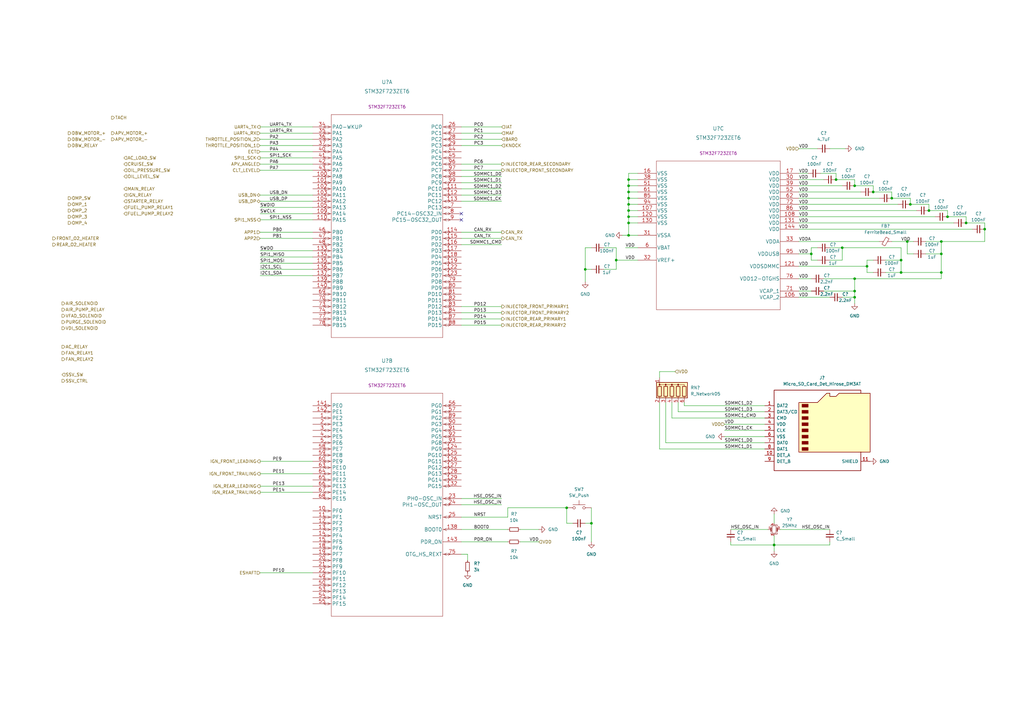
<source format=kicad_sch>
(kicad_sch (version 20211123) (generator eeschema)
  (paper "A3")
  (lib_symbols
    (symbol "ConeCodes:STM32F723ZET6" (pin_names (offset 0.254))
      (property "Reference" "U" (at 30.48 10.16 0))
      (property "Value" "STM32F723ZET6" (at 30.48 7.62 0))
      (property "Datasheet" "https://www.st.com/resource/en/datasheet/stm32f723ze.pdf" (at 0 0 0))
      (property "MPN" "STM32F723ZET6" (at 0 0 0))
      (symbol "STM32F723ZET6_1_1"
        (pin bidirectional line (at 0 -20.32 0) (length 7.62) (name "PA8") (number "100"))
        (pin bidirectional line (at 0 -22.86 0) (length 7.62) (name "PA9") (number "101"))
        (pin bidirectional line (at 0 -25.4 0) (length 7.62) (name "PA10") (number "102"))
        (pin bidirectional line (at 0 -27.94 0) (length 7.62) (name "PA11") (number "103"))
        (pin bidirectional line (at 0 -30.48 0) (length 7.62) (name "PA12") (number "104"))
        (pin bidirectional line (at 0 -33.02 0) (length 7.62) (name "PA13") (number "105"))
        (pin bidirectional line (at 0 -35.56 0) (length 7.62) (name "PA14") (number "109"))
        (pin bidirectional line (at 0 -38.1 0) (length 7.62) (name "PA15") (number "110"))
        (pin bidirectional line (at 60.96 -25.4 180) (length 7.62) (name "PC10") (number "111"))
        (pin bidirectional line (at 60.96 -27.94 180) (length 7.62) (name "PC11") (number "112"))
        (pin bidirectional line (at 60.96 -30.48 180) (length 7.62) (name "PC12") (number "113"))
        (pin bidirectional line (at 60.96 -43.18 180) (length 7.62) (name "PD0") (number "114"))
        (pin bidirectional line (at 60.96 -45.72 180) (length 7.62) (name "PD1") (number "115"))
        (pin bidirectional line (at 60.96 -48.26 180) (length 7.62) (name "PD2") (number "116"))
        (pin bidirectional line (at 60.96 -50.8 180) (length 7.62) (name "PD3") (number "117"))
        (pin bidirectional line (at 60.96 -53.34 180) (length 7.62) (name "PD4") (number "118"))
        (pin bidirectional line (at 60.96 -55.88 180) (length 7.62) (name "PD5") (number "119"))
        (pin bidirectional line (at 60.96 -58.42 180) (length 7.62) (name "PD6") (number "122"))
        (pin bidirectional line (at 60.96 -60.96 180) (length 7.62) (name "PD7") (number "123"))
        (pin bidirectional line (at 0 -50.8 0) (length 7.62) (name "PB3") (number "133"))
        (pin bidirectional line (at 0 -53.34 0) (length 7.62) (name "PB4") (number "134"))
        (pin bidirectional line (at 0 -55.88 0) (length 7.62) (name "PB5") (number "135"))
        (pin bidirectional line (at 0 -58.42 0) (length 7.62) (name "PB6") (number "136"))
        (pin bidirectional line (at 0 -60.96 0) (length 7.62) (name "PB7") (number "137"))
        (pin bidirectional line (at 0 -63.5 0) (length 7.62) (name "PB8") (number "139"))
        (pin bidirectional line (at 0 -66.04 0) (length 7.62) (name "PB9") (number "140"))
        (pin bidirectional line (at 60.96 0 180) (length 7.62) (name "PC0") (number "26"))
        (pin bidirectional line (at 60.96 -2.54 180) (length 7.62) (name "PC1") (number "27"))
        (pin bidirectional line (at 60.96 -5.08 180) (length 7.62) (name "PC2") (number "28"))
        (pin bidirectional line (at 60.96 -7.62 180) (length 7.62) (name "PC3") (number "29"))
        (pin bidirectional line (at 0 0 0) (length 7.62) (name "PA0-WKUP") (number "34"))
        (pin bidirectional line (at 0 -2.54 0) (length 7.62) (name "PA1") (number "35"))
        (pin bidirectional line (at 0 -5.08 0) (length 7.62) (name "PA2") (number "36"))
        (pin bidirectional line (at 0 -7.62 0) (length 7.62) (name "PA3") (number "37"))
        (pin bidirectional line (at 0 -10.16 0) (length 7.62) (name "PA4") (number "40"))
        (pin bidirectional line (at 0 -12.7 0) (length 7.62) (name "PA5") (number "41"))
        (pin bidirectional line (at 0 -15.24 0) (length 7.62) (name "PA6") (number "42"))
        (pin bidirectional line (at 0 -17.78 0) (length 7.62) (name "PA7") (number "43"))
        (pin bidirectional line (at 60.96 -10.16 180) (length 7.62) (name "PC4") (number "44"))
        (pin bidirectional line (at 60.96 -12.7 180) (length 7.62) (name "PC5") (number "45"))
        (pin bidirectional line (at 0 -43.18 0) (length 7.62) (name "PB0") (number "46"))
        (pin bidirectional line (at 0 -45.72 0) (length 7.62) (name "PB1") (number "47"))
        (pin bidirectional line (at 0 -48.26 0) (length 7.62) (name "PB2") (number "48"))
        (pin bidirectional line (at 0 -68.58 0) (length 7.62) (name "PB10") (number "69"))
        (pin bidirectional line (at 60.96 -33.02 180) (length 7.62) (name "PC13") (number "7"))
        (pin bidirectional line (at 0 -71.12 0) (length 7.62) (name "PB11") (number "70"))
        (pin bidirectional line (at 0 -73.66 0) (length 7.62) (name "PB12") (number "73"))
        (pin bidirectional line (at 0 -76.2 0) (length 7.62) (name "PB13") (number "74"))
        (pin bidirectional line (at 0 -78.74 0) (length 7.62) (name "PB14") (number "77"))
        (pin bidirectional line (at 0 -81.28 0) (length 7.62) (name "PB15") (number "78"))
        (pin bidirectional line (at 60.96 -63.5 180) (length 7.62) (name "PD8") (number "79"))
        (pin bidirectional line (at 60.96 -35.56 180) (length 7.62) (name "PC14-OSC32_IN") (number "8"))
        (pin bidirectional line (at 60.96 -66.04 180) (length 7.62) (name "PD9") (number "80"))
        (pin bidirectional line (at 60.96 -68.58 180) (length 7.62) (name "PD10") (number "81"))
        (pin bidirectional line (at 60.96 -71.12 180) (length 7.62) (name "PD11") (number "82"))
        (pin bidirectional line (at 60.96 -73.66 180) (length 7.62) (name "PD12") (number "83"))
        (pin bidirectional line (at 60.96 -76.2 180) (length 7.62) (name "PD13") (number "84"))
        (pin bidirectional line (at 60.96 -78.74 180) (length 7.62) (name "PD14") (number "87"))
        (pin bidirectional line (at 60.96 -81.28 180) (length 7.62) (name "PD15") (number "88"))
        (pin bidirectional line (at 60.96 -38.1 180) (length 7.62) (name "PC15-OSC32_OUT") (number "9"))
        (pin bidirectional line (at 60.96 -15.24 180) (length 7.62) (name "PC6") (number "96"))
        (pin bidirectional line (at 60.96 -17.78 180) (length 7.62) (name "PC7") (number "97"))
        (pin bidirectional line (at 60.96 -20.32 180) (length 7.62) (name "PC8") (number "98"))
        (pin bidirectional line (at 60.96 -22.86 180) (length 7.62) (name "PC9") (number "99"))
      )
      (symbol "STM32F723ZET6_2_1"
        (pin bidirectional line (at 0 -5.08 0) (length 7.62) (name "PE2") (number "1"))
        (pin bidirectional line (at 0 -43.18 0) (length 7.62) (name "PF0") (number "10"))
        (pin bidirectional line (at 0 -45.72 0) (length 7.62) (name "PF1") (number "11"))
        (pin bidirectional line (at 0 -48.26 0) (length 7.62) (name "PF2") (number "12"))
        (pin bidirectional line (at 60.96 -17.78 180) (length 7.62) (name "PG9") (number "124"))
        (pin bidirectional line (at 60.96 -20.32 180) (length 7.62) (name "PG10") (number "125"))
        (pin bidirectional line (at 60.96 -22.86 180) (length 7.62) (name "PG11") (number "126"))
        (pin bidirectional line (at 60.96 -25.4 180) (length 7.62) (name "PG12") (number "127"))
        (pin bidirectional line (at 60.96 -27.94 180) (length 7.62) (name "PG13") (number "128"))
        (pin bidirectional line (at 60.96 -30.48 180) (length 7.62) (name "PG14") (number "129"))
        (pin bidirectional line (at 0 -50.8 0) (length 7.62) (name "PF3") (number "13"))
        (pin bidirectional line (at 60.96 -33.02 180) (length 7.62) (name "PG15") (number "132"))
        (pin input line (at 60.96 -50.8 180) (length 7.62) (name "BOOT0") (number "138"))
        (pin bidirectional line (at 0 -53.34 0) (length 7.62) (name "PF4") (number "14"))
        (pin bidirectional line (at 0 0 0) (length 7.62) (name "PE0") (number "141"))
        (pin bidirectional line (at 0 -2.54 0) (length 7.62) (name "PE1") (number "142"))
        (pin power_in line (at 60.96 -55.88 180) (length 7.62) (name "PDR_ON") (number "143"))
        (pin bidirectional line (at 0 -55.88 0) (length 7.62) (name "PF5") (number "15"))
        (pin bidirectional line (at 0 -58.42 0) (length 7.62) (name "PF6") (number "18"))
        (pin bidirectional line (at 0 -60.96 0) (length 7.62) (name "PF7") (number "19"))
        (pin bidirectional line (at 0 -7.62 0) (length 7.62) (name "PE3") (number "2"))
        (pin bidirectional line (at 0 -63.5 0) (length 7.62) (name "PF8") (number "20"))
        (pin bidirectional line (at 0 -66.04 0) (length 7.62) (name "PF9") (number "21"))
        (pin bidirectional line (at 0 -68.58 0) (length 7.62) (name "PF10") (number "22"))
        (pin bidirectional line (at 60.96 -38.1 180) (length 7.62) (name "PH0-OSC_IN") (number "23"))
        (pin bidirectional line (at 60.96 -40.64 180) (length 7.62) (name "PH1-OSC_OUT") (number "24"))
        (pin bidirectional line (at 60.96 -45.72 180) (length 7.62) (name "NRST") (number "25"))
        (pin bidirectional line (at 0 -10.16 0) (length 7.62) (name "PE4") (number "3"))
        (pin bidirectional line (at 0 -12.7 0) (length 7.62) (name "PE5") (number "4"))
        (pin bidirectional line (at 0 -71.12 0) (length 7.62) (name "PF11") (number "49"))
        (pin bidirectional line (at 0 -15.24 0) (length 7.62) (name "PE6") (number "5"))
        (pin bidirectional line (at 0 -73.66 0) (length 7.62) (name "PF12") (number "50"))
        (pin bidirectional line (at 0 -76.2 0) (length 7.62) (name "PF13") (number "53"))
        (pin bidirectional line (at 0 -78.74 0) (length 7.62) (name "PF14") (number "54"))
        (pin bidirectional line (at 0 -81.28 0) (length 7.62) (name "PF15") (number "55"))
        (pin bidirectional line (at 60.96 0 180) (length 7.62) (name "PG0") (number "56"))
        (pin bidirectional line (at 60.96 -2.54 180) (length 7.62) (name "PG1") (number "57"))
        (pin bidirectional line (at 0 -17.78 0) (length 7.62) (name "PE7") (number "58"))
        (pin bidirectional line (at 0 -20.32 0) (length 7.62) (name "PE8") (number "59"))
        (pin bidirectional line (at 0 -22.86 0) (length 7.62) (name "PE9") (number "60"))
        (pin bidirectional line (at 0 -25.4 0) (length 7.62) (name "PE10") (number "63"))
        (pin bidirectional line (at 0 -27.94 0) (length 7.62) (name "PE11") (number "64"))
        (pin bidirectional line (at 0 -30.48 0) (length 7.62) (name "PE12") (number "65"))
        (pin bidirectional line (at 0 -33.02 0) (length 7.62) (name "PE13") (number "66"))
        (pin bidirectional line (at 0 -35.56 0) (length 7.62) (name "PE14") (number "67"))
        (pin bidirectional line (at 0 -38.1 0) (length 7.62) (name "PE15") (number "68"))
        (pin bidirectional line (at 60.96 -60.96 180) (length 7.62) (name "OTG_HS_REXT") (number "75"))
        (pin bidirectional line (at 60.96 -5.08 180) (length 7.62) (name "PG2") (number "89"))
        (pin bidirectional line (at 60.96 -7.62 180) (length 7.62) (name "PG3") (number "90"))
        (pin bidirectional line (at 60.96 -10.16 180) (length 7.62) (name "PG4") (number "91"))
        (pin bidirectional line (at 60.96 -12.7 180) (length 7.62) (name "PG5") (number "92"))
        (pin bidirectional line (at 60.96 -15.24 180) (length 7.62) (name "PG8") (number "93"))
      )
      (symbol "STM32F723ZET6_3_1"
        (pin power_in line (at 66.04 -50.8 180) (length 7.62) (name "VCAP_2") (number "106"))
        (pin power_in line (at 0 -15.24 0) (length 7.62) (name "VSS") (number "107"))
        (pin power_in line (at 66.04 -17.78 180) (length 7.62) (name "VDD") (number "108"))
        (pin power_in line (at 0 -17.78 0) (length 7.62) (name "VSS") (number "120"))
        (pin power_in line (at 66.04 -38.1 180) (length 7.62) (name "VDDSDMMC") (number "121"))
        (pin power_in line (at 0 -20.32 0) (length 7.62) (name "VSS") (number "130"))
        (pin power_in line (at 66.04 -20.32 180) (length 7.62) (name "VDD") (number "131"))
        (pin power_in line (at 66.04 -22.86 180) (length 7.62) (name "VDD") (number "144"))
        (pin power_in line (at 0 0 0) (length 7.62) (name "VSS") (number "16"))
        (pin power_in line (at 66.04 0 180) (length 7.62) (name "VDD") (number "17"))
        (pin power_in line (at 66.04 -2.54 180) (length 7.62) (name "VDD") (number "30"))
        (pin power_in line (at 0 -25.4 0) (length 7.62) (name "VSSA") (number "31"))
        (pin power_in line (at 0 -35.56 0) (length 7.62) (name "VREF+") (number "32"))
        (pin power_in line (at 66.04 -27.94 180) (length 7.62) (name "VDDA") (number "33"))
        (pin power_in line (at 0 -2.54 0) (length 7.62) (name "VSS") (number "38"))
        (pin power_in line (at 66.04 -5.08 180) (length 7.62) (name "VDD") (number "39"))
        (pin power_in line (at 0 -5.08 0) (length 7.62) (name "VSS") (number "51"))
        (pin bidirectional line (at 66.04 -7.62 180) (length 7.62) (name "VDD") (number "52"))
        (pin power_in line (at 0 -30.48 0) (length 7.62) (name "VBAT") (number "6"))
        (pin power_in line (at 0 -7.62 0) (length 7.62) (name "VSS") (number "61"))
        (pin power_in line (at 66.04 -10.16 180) (length 7.62) (name "VDD") (number "62"))
        (pin power_in line (at 66.04 -48.26 180) (length 7.62) (name "VCAP_1") (number "71"))
        (pin power_in line (at 66.04 -12.7 180) (length 7.62) (name "VDD") (number "72"))
        (pin power_in line (at 66.04 -43.18 180) (length 7.62) (name "VDD12-OTGHS") (number "76"))
        (pin power_in line (at 0 -10.16 0) (length 7.62) (name "VSS") (number "85"))
        (pin power_in line (at 66.04 -15.24 180) (length 7.62) (name "VDD") (number "86"))
        (pin power_in line (at 0 -12.7 0) (length 7.62) (name "VSS") (number "94"))
        (pin power_in line (at 66.04 -33.02 180) (length 7.62) (name "VDDUSB") (number "95"))
      )
    )
    (symbol "Connector:Micro_SD_Card_Det_Hirose_DM3AT" (pin_names (offset 1.016))
      (property "Reference" "J" (at -16.51 17.78 0))
      (property "Value" "Micro_SD_Card_Det_Hirose_DM3AT" (at 16.51 17.78 0))
      (symbol "Micro_SD_Card_Det_Hirose_DM3AT_1_1"
        (pin bidirectional line (at -22.86 10.16 0) (length 3.81) (name "DAT2") (number "1"))
        (pin passive line (at -22.86 -10.16 0) (length 3.81) (name "DET_A") (number "10"))
        (pin passive line (at 20.32 -12.7 180) (length 3.81) (name "SHIELD") (number "11"))
        (pin bidirectional line (at -22.86 7.62 0) (length 3.81) (name "DAT3/CD") (number "2"))
        (pin input line (at -22.86 5.08 0) (length 3.81) (name "CMD") (number "3"))
        (pin power_in line (at -22.86 2.54 0) (length 3.81) (name "VDD") (number "4"))
        (pin input line (at -22.86 0 0) (length 3.81) (name "CLK") (number "5"))
        (pin power_in line (at -22.86 -2.54 0) (length 3.81) (name "VSS") (number "6"))
        (pin bidirectional line (at -22.86 -5.08 0) (length 3.81) (name "DAT0") (number "7"))
        (pin bidirectional line (at -22.86 -7.62 0) (length 3.81) (name "DAT1") (number "8"))
        (pin passive line (at -22.86 -12.7 0) (length 3.81) (name "DET_B") (number "9"))
      )
    )
    (symbol "Device:C_Small" (pin_numbers hide) (pin_names (offset 0.254) hide)
      (property "Reference" "C" (at 0.254 1.778 0))
      (property "Value" "C_Small" (at 0.254 -2.032 0))
      (symbol "C_Small_1_1"
        (pin passive line (at 0 2.54 270) (length 2.032) (name "~") (number "1"))
        (pin passive line (at 0 -2.54 90) (length 2.032) (name "~") (number "2"))
      )
    )
    (symbol "Device:Crystal_GND24_Small" (pin_names (offset 1.016) hide)
      (property "Reference" "Y" (at 1.27 4.445 0))
      (property "Value" "Crystal_GND24_Small" (at 1.27 2.54 0))
      (symbol "Crystal_GND24_Small_1_1"
        (pin passive line (at -2.54 0 0) (length 1.27) (name "1") (number "1"))
        (pin passive line (at 0 -2.54 90) (length 0.635) (name "2") (number "2"))
        (pin passive line (at 2.54 0 180) (length 1.27) (name "3") (number "3"))
        (pin passive line (at 0 2.54 270) (length 0.635) (name "4") (number "4"))
      )
    )
    (symbol "Device:FerriteBead_Small" (pin_numbers hide) (pin_names (offset 0))
      (property "Reference" "FB" (at 1.905 1.27 0))
      (property "Value" "FerriteBead_Small" (at 1.905 -1.27 0))
      (symbol "FerriteBead_Small_1_1"
        (pin passive line (at 0 2.54 270) (length 1.27) (name "~") (number "1"))
        (pin passive line (at 0 -2.54 90) (length 1.27) (name "~") (number "2"))
      )
    )
    (symbol "Device:R_Network05" (pin_names (offset 0) hide)
      (property "Reference" "RN" (at -7.62 0 90))
      (property "Value" "R_Network05" (at 7.62 0 90))
      (symbol "R_Network05_1_1"
        (pin passive line (at -5.08 5.08 270) (length 2.54) (name "common") (number "1"))
        (pin passive line (at -5.08 -5.08 90) (length 1.27) (name "R1") (number "2"))
        (pin passive line (at -2.54 -5.08 90) (length 1.27) (name "R2") (number "3"))
        (pin passive line (at 0 -5.08 90) (length 1.27) (name "R3") (number "4"))
        (pin passive line (at 2.54 -5.08 90) (length 1.27) (name "R4") (number "5"))
        (pin passive line (at 5.08 -5.08 90) (length 1.27) (name "R5") (number "6"))
      )
    )
    (symbol "Device:R_Small" (pin_numbers hide) (pin_names (offset 0.254) hide)
      (property "Reference" "R" (at 0.762 0.508 0))
      (property "Value" "R_Small" (at 0.762 -1.016 0))
      (symbol "R_Small_1_1"
        (pin passive line (at 0 2.54 270) (length 0.762) (name "~") (number "1"))
        (pin passive line (at 0 -2.54 90) (length 0.762) (name "~") (number "2"))
      )
    )
    (symbol "Switch:SW_Push" (pin_numbers hide) (pin_names (offset 1.016) hide)
      (property "Reference" "SW" (at 1.27 2.54 0))
      (property "Value" "SW_Push" (at 0 -1.524 0))
      (symbol "SW_Push_0_1"
        (pin passive line (at -5.08 0 0) (length 2.54) (name "1") (number "1"))
        (pin passive line (at 5.08 0 180) (length 2.54) (name "2") (number "2"))
      )
    )
    (symbol "power:GND" (power) (pin_names (offset 0))
      (property "Value" "GND" (at 0 -3.81 0))
      (symbol "GND_1_1"
        (pin power_in line (at 0 0 270) (length 0) hide (name "GND") (number "1"))
      )
    )
  )
  (junction (at 257.81 83.82))
  (junction (at 257.81 78.74))
  (junction (at 342.9 73.66))
  (junction (at 317.5 223.52))
  (junction (at 365.76 81.28))
  (junction (at 252.73 106.68))
  (junction (at 388.62 88.9))
  (junction (at 240.03 110.49))
  (junction (at 386.08 104.14))
  (junction (at 369.57 106.68))
  (junction (at 257.81 96.52))
  (junction (at 350.52 114.3))
  (junction (at 257.81 81.28))
  (junction (at 369.57 111.76))
  (junction (at 232.41 208.28))
  (junction (at 350.52 119.38))
  (junction (at 242.57 214.63))
  (junction (at 257.81 73.66))
  (junction (at 257.81 91.44))
  (junction (at 372.11 99.06))
  (junction (at 257.81 76.2))
  (junction (at 396.24 91.44))
  (junction (at 345.44 101.6))
  (junction (at 373.38 83.82))
  (junction (at 350.52 121.92))
  (junction (at 332.74 104.14))
  (junction (at 403.86 93.98))
  (junction (at 350.52 76.2))
  (junction (at 257.81 88.9))
  (junction (at 257.81 86.36))
  (junction (at 386.08 99.06))
  (junction (at 381 86.36))
  (junction (at 358.14 78.74))
  (junction (at 355.6 109.22))
  (junction (at 386.08 111.76))
  (no_connect (at 189.23 90.17))
  (no_connect (at 189.23 87.63))
  (wire (pts (xy 332.74 101.6) (xy 335.28 101.6)))
  (wire (pts (xy 327.66 109.22) (xy 355.6 109.22)))
  (wire (pts (xy 106.68 59.69) (xy 128.27 59.69)))
  (wire (pts (xy 189.23 57.15) (xy 205.74 57.15)))
  (wire (pts (xy 355.6 106.68) (xy 358.14 106.68)))
  (wire (pts (xy 106.68 105.41) (xy 128.27 105.41)))
  (wire (pts (xy 299.72 217.17) (xy 314.96 217.17)))
  (wire (pts (xy 189.23 77.47) (xy 205.74 77.47)))
  (wire (pts (xy 257.81 76.2) (xy 261.62 76.2)))
  (wire (pts (xy 381 86.36) (xy 388.62 86.36)))
  (wire (pts (xy 386.08 99.06) (xy 403.86 99.06)))
  (wire (pts (xy 327.66 81.28) (xy 360.68 81.28)))
  (wire (pts (xy 106.68 90.17) (xy 128.27 90.17)))
  (wire (pts (xy 257.81 81.28) (xy 261.62 81.28)))
  (wire (pts (xy 257.81 88.9) (xy 257.81 86.36)))
  (wire (pts (xy 270.51 184.15) (xy 313.69 184.15)))
  (wire (pts (xy 332.74 106.68) (xy 332.74 104.14)))
  (wire (pts (xy 372.11 104.14) (xy 372.11 99.06)))
  (wire (pts (xy 355.6 111.76) (xy 355.6 109.22)))
  (wire (pts (xy 247.65 101.6) (xy 252.73 101.6)))
  (wire (pts (xy 350.52 73.66) (xy 350.52 76.2)))
  (wire (pts (xy 106.68 107.95) (xy 128.27 107.95)))
  (wire (pts (xy 299.72 222.25) (xy 299.72 223.52)))
  (wire (pts (xy 276.86 152.4) (xy 270.51 152.4)))
  (wire (pts (xy 189.23 69.85) (xy 205.74 69.85)))
  (wire (pts (xy 345.44 101.6) (xy 345.44 106.68)))
  (wire (pts (xy 365.76 78.74) (xy 365.76 81.28)))
  (wire (pts (xy 358.14 78.74) (xy 365.76 78.74)))
  (wire (pts (xy 369.57 101.6) (xy 369.57 106.68)))
  (wire (pts (xy 350.52 114.3) (xy 386.08 114.3)))
  (wire (pts (xy 213.36 217.17) (xy 220.98 217.17)))
  (wire (pts (xy 232.41 214.63) (xy 234.95 214.63)))
  (wire (pts (xy 220.98 222.25) (xy 213.36 222.25)))
  (wire (pts (xy 106.68 102.87) (xy 128.27 102.87)))
  (wire (pts (xy 232.41 208.28) (xy 232.41 214.63)))
  (wire (pts (xy 345.44 101.6) (xy 369.57 101.6)))
  (wire (pts (xy 369.57 106.68) (xy 369.57 111.76)))
  (wire (pts (xy 257.81 83.82) (xy 257.81 81.28)))
  (wire (pts (xy 106.68 234.95) (xy 128.27 234.95)))
  (wire (pts (xy 257.81 91.44) (xy 261.62 91.44)))
  (wire (pts (xy 189.23 227.33) (xy 191.77 227.33)))
  (wire (pts (xy 386.08 114.3) (xy 386.08 111.76)))
  (wire (pts (xy 106.68 54.61) (xy 128.27 54.61)))
  (wire (pts (xy 257.81 78.74) (xy 261.62 78.74)))
  (wire (pts (xy 189.23 207.01) (xy 205.74 207.01)))
  (wire (pts (xy 270.51 152.4) (xy 270.51 154.94)))
  (wire (pts (xy 257.81 86.36) (xy 257.81 83.82)))
  (wire (pts (xy 327.66 60.96) (xy 335.28 60.96)))
  (wire (pts (xy 327.66 91.44) (xy 391.16 91.44)))
  (wire (pts (xy 327.66 121.92) (xy 340.36 121.92)))
  (wire (pts (xy 327.66 78.74) (xy 353.06 78.74)))
  (wire (pts (xy 386.08 104.14) (xy 379.73 104.14)))
  (wire (pts (xy 275.59 171.45) (xy 275.59 165.1)))
  (wire (pts (xy 327.66 99.06) (xy 360.68 99.06)))
  (wire (pts (xy 381 83.82) (xy 381 86.36)))
  (wire (pts (xy 280.67 165.1) (xy 280.67 166.37)))
  (wire (pts (xy 252.73 110.49) (xy 252.73 106.68)))
  (wire (pts (xy 396.24 91.44) (xy 403.86 91.44)))
  (wire (pts (xy 335.28 106.68) (xy 332.74 106.68)))
  (wire (pts (xy 257.81 73.66) (xy 261.62 73.66)))
  (wire (pts (xy 106.68 110.49) (xy 128.27 110.49)))
  (wire (pts (xy 106.68 67.31) (xy 128.27 67.31)))
  (wire (pts (xy 189.23 74.93) (xy 205.74 74.93)))
  (wire (pts (xy 189.23 128.27) (xy 205.74 128.27)))
  (wire (pts (xy 189.23 125.73) (xy 205.74 125.73)))
  (wire (pts (xy 297.18 173.99) (xy 313.69 173.99)))
  (wire (pts (xy 189.23 54.61) (xy 205.74 54.61)))
  (wire (pts (xy 340.36 223.52) (xy 317.5 223.52)))
  (wire (pts (xy 403.86 91.44) (xy 403.86 93.98)))
  (wire (pts (xy 189.23 67.31) (xy 205.74 67.31)))
  (wire (pts (xy 189.23 204.47) (xy 205.74 204.47)))
  (wire (pts (xy 106.68 113.03) (xy 128.27 113.03)))
  (wire (pts (xy 189.23 212.09) (xy 208.28 212.09)))
  (wire (pts (xy 327.66 71.12) (xy 331.47 71.12)))
  (wire (pts (xy 256.54 101.6) (xy 261.62 101.6)))
  (wire (pts (xy 189.23 130.81) (xy 205.74 130.81)))
  (wire (pts (xy 208.28 208.28) (xy 232.41 208.28)))
  (wire (pts (xy 340.36 222.25) (xy 340.36 223.52)))
  (wire (pts (xy 189.23 52.07) (xy 205.74 52.07)))
  (wire (pts (xy 297.18 179.07) (xy 313.69 179.07)))
  (wire (pts (xy 189.23 217.17) (xy 208.28 217.17)))
  (wire (pts (xy 106.68 95.25) (xy 128.27 95.25)))
  (wire (pts (xy 106.68 64.77) (xy 128.27 64.77)))
  (wire (pts (xy 106.68 201.93) (xy 128.27 201.93)))
  (wire (pts (xy 106.68 69.85) (xy 128.27 69.85)))
  (wire (pts (xy 252.73 106.68) (xy 261.62 106.68)))
  (wire (pts (xy 275.59 171.45) (xy 313.69 171.45)))
  (wire (pts (xy 257.81 73.66) (xy 257.81 71.12)))
  (wire (pts (xy 257.81 83.82) (xy 261.62 83.82)))
  (wire (pts (xy 208.28 212.09) (xy 208.28 208.28)))
  (wire (pts (xy 350.52 124.46) (xy 350.52 121.92)))
  (wire (pts (xy 189.23 97.79) (xy 205.74 97.79)))
  (wire (pts (xy 191.77 227.33) (xy 191.77 229.87)))
  (wire (pts (xy 106.68 85.09) (xy 128.27 85.09)))
  (wire (pts (xy 358.14 111.76) (xy 355.6 111.76)))
  (wire (pts (xy 346.71 60.96) (xy 340.36 60.96)))
  (wire (pts (xy 373.38 81.28) (xy 373.38 83.82)))
  (wire (pts (xy 257.81 91.44) (xy 257.81 88.9)))
  (wire (pts (xy 257.81 86.36) (xy 261.62 86.36)))
  (wire (pts (xy 327.66 119.38) (xy 332.74 119.38)))
  (wire (pts (xy 386.08 104.14) (xy 386.08 99.06)))
  (wire (pts (xy 388.62 86.36) (xy 388.62 88.9)))
  (wire (pts (xy 273.05 181.61) (xy 273.05 165.1)))
  (wire (pts (xy 327.66 73.66) (xy 337.82 73.66)))
  (wire (pts (xy 257.81 96.52) (xy 257.81 91.44)))
  (wire (pts (xy 257.81 88.9) (xy 261.62 88.9)))
  (wire (pts (xy 240.03 101.6) (xy 242.57 101.6)))
  (wire (pts (xy 373.38 83.82) (xy 381 83.82)))
  (wire (pts (xy 189.23 222.25) (xy 208.28 222.25)))
  (wire (pts (xy 189.23 133.35) (xy 205.74 133.35)))
  (wire (pts (xy 106.68 87.63) (xy 128.27 87.63)))
  (wire (pts (xy 336.55 71.12) (xy 342.9 71.12)))
  (wire (pts (xy 106.68 57.15) (xy 128.27 57.15)))
  (wire (pts (xy 320.04 217.17) (xy 340.36 217.17)))
  (wire (pts (xy 386.08 111.76) (xy 386.08 104.14)))
  (wire (pts (xy 403.86 93.98) (xy 403.86 99.06)))
  (wire (pts (xy 255.27 96.52) (xy 257.81 96.52)))
  (wire (pts (xy 317.5 219.71) (xy 317.5 223.52)))
  (wire (pts (xy 332.74 114.3) (xy 327.66 114.3)))
  (wire (pts (xy 278.13 168.91) (xy 313.69 168.91)))
  (wire (pts (xy 317.5 210.82) (xy 317.5 214.63)))
  (wire (pts (xy 106.68 194.31) (xy 128.27 194.31)))
  (wire (pts (xy 355.6 109.22) (xy 355.6 106.68)))
  (wire (pts (xy 327.66 83.82) (xy 368.3 83.82)))
  (wire (pts (xy 240.03 115.57) (xy 240.03 110.49)))
  (wire (pts (xy 327.66 104.14) (xy 332.74 104.14)))
  (wire (pts (xy 280.67 166.37) (xy 313.69 166.37)))
  (wire (pts (xy 299.72 223.52) (xy 317.5 223.52)))
  (wire (pts (xy 252.73 101.6) (xy 252.73 106.68)))
  (wire (pts (xy 240.03 110.49) (xy 242.57 110.49)))
  (wire (pts (xy 350.52 119.38) (xy 350.52 121.92)))
  (wire (pts (xy 342.9 71.12) (xy 342.9 73.66)))
  (wire (pts (xy 106.68 199.39) (xy 128.27 199.39)))
  (wire (pts (xy 257.81 76.2) (xy 257.81 73.66)))
  (wire (pts (xy 365.76 81.28) (xy 373.38 81.28)))
  (wire (pts (xy 379.73 99.06) (xy 386.08 99.06)))
  (wire (pts (xy 106.68 82.55) (xy 128.27 82.55)))
  (wire (pts (xy 337.82 114.3) (xy 350.52 114.3)))
  (wire (pts (xy 106.68 97.79) (xy 128.27 97.79)))
  (wire (pts (xy 313.69 176.53) (xy 297.18 176.53)))
  (wire (pts (xy 337.82 119.38) (xy 350.52 119.38)))
  (wire (pts (xy 340.36 106.68) (xy 345.44 106.68)))
  (wire (pts (xy 358.14 76.2) (xy 358.14 78.74)))
  (wire (pts (xy 396.24 88.9) (xy 396.24 91.44)))
  (wire (pts (xy 257.81 96.52) (xy 261.62 96.52)))
  (wire (pts (xy 365.76 99.06) (xy 372.11 99.06)))
  (wire (pts (xy 106.68 80.01) (xy 128.27 80.01)))
  (wire (pts (xy 270.51 184.15) (xy 270.51 165.1)))
  (wire (pts (xy 189.23 72.39) (xy 205.74 72.39)))
  (wire (pts (xy 106.68 52.07) (xy 128.27 52.07)))
  (wire (pts (xy 350.52 76.2) (xy 358.14 76.2)))
  (wire (pts (xy 350.52 114.3) (xy 350.52 119.38)))
  (wire (pts (xy 332.74 104.14) (xy 332.74 101.6)))
  (wire (pts (xy 189.23 80.01) (xy 205.74 80.01)))
  (wire (pts (xy 257.81 78.74) (xy 257.81 76.2)))
  (wire (pts (xy 363.22 106.68) (xy 369.57 106.68)))
  (wire (pts (xy 257.81 71.12) (xy 261.62 71.12)))
  (wire (pts (xy 189.23 82.55) (xy 205.74 82.55)))
  (wire (pts (xy 327.66 76.2) (xy 345.44 76.2)))
  (wire (pts (xy 369.57 111.76) (xy 363.22 111.76)))
  (wire (pts (xy 327.66 86.36) (xy 375.92 86.36)))
  (wire (pts (xy 273.05 181.61) (xy 313.69 181.61)))
  (wire (pts (xy 242.57 214.63) (xy 242.57 222.25)))
  (wire (pts (xy 106.68 62.23) (xy 128.27 62.23)))
  (wire (pts (xy 388.62 88.9) (xy 396.24 88.9)))
  (wire (pts (xy 240.03 110.49) (xy 240.03 101.6)))
  (wire (pts (xy 189.23 59.69) (xy 205.74 59.69)))
  (wire (pts (xy 189.23 100.33) (xy 205.74 100.33)))
  (wire (pts (xy 327.66 88.9) (xy 383.54 88.9)))
  (wire (pts (xy 257.81 81.28) (xy 257.81 78.74)))
  (wire (pts (xy 369.57 111.76) (xy 386.08 111.76)))
  (wire (pts (xy 106.68 189.23) (xy 128.27 189.23)))
  (wire (pts (xy 342.9 73.66) (xy 350.52 73.66)))
  (wire (pts (xy 374.65 104.14) (xy 372.11 104.14)))
  (wire (pts (xy 278.13 168.91) (xy 278.13 165.1)))
  (wire (pts (xy 240.03 214.63) (xy 242.57 214.63)))
  (wire (pts (xy 189.23 95.25) (xy 205.74 95.25)))
  (wire (pts (xy 317.5 223.52) (xy 317.5 226.06)))
  (wire (pts (xy 350.52 121.92) (xy 345.44 121.92)))
  (wire (pts (xy 372.11 99.06) (xy 374.65 99.06)))
  (wire (pts (xy 340.36 101.6) (xy 345.44 101.6)))
  (wire (pts (xy 242.57 214.63) (xy 242.57 208.28)))
  (wire (pts (xy 247.65 110.49) (xy 252.73 110.49)))
  (wire (pts (xy 327.66 93.98) (xy 398.78 93.98)))
  (label "VDD" (at 327.66 93.98 0))
  (label "SDMMC1_D3" (at 205.74 80.01 180))
  (label "PD13" (at 194.31 128.27 0))
  (label "PD12" (at 194.31 125.73 0))
  (label "SPI1_NSS" (at 110.49 90.17 0))
  (label "VDD" (at 327.66 109.22 0))
  (label "UART4_TX" (at 110.49 52.07 0))
  (label "PD14" (at 194.31 130.81 0))
  (label "SPI1_SCK" (at 110.49 64.77 0))
  (label "PA4" (at 110.49 62.23 0))
  (label "PB1" (at 111.76 97.79 0))
  (label "HSE_OSC_IN" (at 205.74 204.47 180))
  (label "PE13" (at 111.76 199.39 0))
  (label "VDD" (at 327.66 86.36 0))
  (label "I2C1_SCL" (at 106.68 110.49 0))
  (label "VDD" (at 327.66 71.12 0))
  (label "SDMMC1_CK" (at 205.74 82.55 180))
  (label "PDR_ON" (at 194.31 222.25 0))
  (label "SDMMC1_CK" (at 297.18 176.53 0))
  (label "PC1" (at 194.31 54.61 0))
  (label "USB_DP" (at 110.49 82.55 0))
  (label "USB_DN" (at 110.49 80.01 0))
  (label "PF10" (at 111.76 234.95 0))
  (label "SDMMC1_D2" (at 205.74 77.47 180))
  (label "CAN_RX" (at 194.31 95.25 0))
  (label "VDD" (at 327.66 88.9 0))
  (label "PE14" (at 111.76 201.93 0))
  (label "PB0" (at 111.76 95.25 0))
  (label "UART4_RX" (at 110.49 54.61 0))
  (label "PA7" (at 110.49 69.85 0))
  (label "SWDO" (at 106.68 102.87 0))
  (label "VDD" (at 327.66 76.2 0))
  (label "HSE_OSC_IN" (at 205.74 207.01 180))
  (label "PA2" (at 110.49 57.15 0))
  (label "VDD" (at 327.66 60.96 0))
  (label "VDD" (at 327.66 81.28 0))
  (label "SDMMC1_D1" (at 205.74 74.93 180))
  (label "VDD" (at 327.66 73.66 0))
  (label "SWCLK" (at 106.68 87.63 0))
  (label "PC2" (at 194.31 57.15 0))
  (label "SDMMC1_D2" (at 297.18 166.37 0))
  (label "CAN_TX" (at 194.31 97.79 0))
  (label "VDD" (at 369.57 99.06 0))
  (label "SWDIO" (at 106.68 85.09 0))
  (label "BOOT0" (at 194.31 217.17 0))
  (label "HSE_OSC_IN" (at 299.72 217.17 0))
  (label "PC7" (at 194.31 69.85 0))
  (label "VDD" (at 327.66 104.14 0))
  (label "SDMMC1_D1" (at 297.18 184.15 0))
  (label "SPI1_MISO" (at 106.68 105.41 0))
  (label "NRST" (at 194.31 212.09 0))
  (label "I2C1_SDA" (at 106.68 113.03 0))
  (label "VDDA" (at 327.66 99.06 0))
  (label "VDD" (at 327.66 83.82 0))
  (label "SDMMC1_CMD" (at 297.18 171.45 0))
  (label "PD15" (at 194.31 133.35 0))
  (label "PE9" (at 111.76 189.23 0))
  (label "PC3" (at 194.31 59.69 0))
  (label "VDD" (at 327.66 121.92 0))
  (label "PE11" (at 111.76 194.31 0))
  (label "PA3" (at 110.49 59.69 0))
  (label "VDD" (at 297.18 173.99 0))
  (label "VDD" (at 256.54 101.6 0))
  (label "HSE_OSC_IN" (at 340.36 217.17 180))
  (label "VDD" (at 327.66 78.74 0))
  (label "PC6" (at 194.31 67.31 0))
  (label "SDMMC1_D0" (at 205.74 72.39 180))
  (label "VDD" (at 256.54 106.68 0))
  (label "VDD" (at 220.98 222.25 180))
  (label "SDMMC1_D0" (at 297.18 181.61 0))
  (label "PC0" (at 194.31 52.07 0))
  (label "SDMMC1_D3" (at 297.18 168.91 0))
  (label "VDD" (at 327.66 119.38 0))
  (label "SDMMC1_CMD" (at 205.74 100.33 180))
  (label "SPI1_MOSI" (at 106.68 107.95 0))
  (label "PA6" (at 110.49 67.31 0))
  (label "VDD" (at 327.66 114.3 0))
  (label "VDD" (at 327.66 91.44 0))
  (hierarchical_label "AIR_SOLENOID" (shape output) (at 25.4 124.46 0))
  (hierarchical_label "APV_MOTOR_+" (shape output) (at 45.72 54.61 0))
  (hierarchical_label "IAT" (shape input) (at 205.74 52.07 0))
  (hierarchical_label "INJECTOR_REAR_PRIMARY2" (shape output) (at 205.74 133.35 0))
  (hierarchical_label "VDI_SOLENOID" (shape output) (at 25.4 134.62 0))
  (hierarchical_label "MAIN_RELAY" (shape input) (at 50.8 77.47 0))
  (hierarchical_label "CAN_RX" (shape output) (at 205.74 95.25 0))
  (hierarchical_label "TACH" (shape output) (at 45.72 48.26 0))
  (hierarchical_label "FAN_RELAY1" (shape output) (at 25.4 144.78 0))
  (hierarchical_label "INJECTOR_FRONT_PRIMARY2" (shape output) (at 205.74 128.27 0))
  (hierarchical_label "SSV_SW" (shape input) (at 25.4 153.67 0))
  (hierarchical_label "VDD" (shape input) (at 327.66 60.96 180))
  (hierarchical_label "USB_DP" (shape bidirectional) (at 106.68 82.55 180))
  (hierarchical_label "CAN_TX" (shape output) (at 205.74 97.79 0))
  (hierarchical_label "OMP_SW" (shape output) (at 27.94 81.28 0))
  (hierarchical_label "APP2" (shape input) (at 106.68 97.79 180))
  (hierarchical_label "IGN_FRONT_LEADING" (shape output) (at 106.68 189.23 180))
  (hierarchical_label "CRUISE_SW" (shape input) (at 50.8 67.31 0))
  (hierarchical_label "DBW_RELAY" (shape output) (at 27.94 59.69 0))
  (hierarchical_label "REAR_O2_HEATER" (shape output) (at 21.59 100.33 0))
  (hierarchical_label "ECT" (shape input) (at 106.68 62.23 180))
  (hierarchical_label "CLT_LEVEL" (shape input) (at 106.68 69.85 180))
  (hierarchical_label "VDD" (shape input) (at 220.98 222.25 0))
  (hierarchical_label "INJECTOR_FRONT_PRIMARY1" (shape output) (at 205.74 125.73 0))
  (hierarchical_label "PURGE_SOLENOID" (shape output) (at 25.4 132.08 0))
  (hierarchical_label "OMP_3" (shape output) (at 27.94 88.9 0))
  (hierarchical_label "OMP_4" (shape output) (at 27.94 91.44 0))
  (hierarchical_label "MAF" (shape input) (at 205.74 54.61 0))
  (hierarchical_label "INJECTOR_FRONT_SECONDARY" (shape output) (at 205.74 69.85 0))
  (hierarchical_label "IGN_REAR_TRAILING" (shape output) (at 106.68 201.93 180))
  (hierarchical_label "APP1" (shape input) (at 106.68 95.25 180))
  (hierarchical_label "AC_RELAY" (shape output) (at 25.4 142.24 0))
  (hierarchical_label "VDD" (shape input) (at 297.18 173.99 180))
  (hierarchical_label "SPI1_SCK" (shape output) (at 106.68 64.77 180))
  (hierarchical_label "VDD" (shape input) (at 276.86 152.4 0))
  (hierarchical_label "INJECTOR_REAR_PRIMARY1" (shape output) (at 205.74 130.81 0))
  (hierarchical_label "BARO" (shape input) (at 205.74 57.15 0))
  (hierarchical_label "USB_DN" (shape bidirectional) (at 106.68 80.01 180))
  (hierarchical_label "KNOCK" (shape input) (at 205.74 59.69 0))
  (hierarchical_label "FAN_RELAY2" (shape output) (at 25.4 147.32 0))
  (hierarchical_label "THROTTLE_POSITION_2" (shape input) (at 106.68 57.15 180))
  (hierarchical_label "DBW_MOTOR_-" (shape output) (at 27.94 57.15 0))
  (hierarchical_label "IGN_REAR_LEADING" (shape output) (at 106.68 199.39 180))
  (hierarchical_label "IGN_FRONT_TRAILING" (shape output) (at 106.68 194.31 180))
  (hierarchical_label "UART4_TX" (shape output) (at 106.68 52.07 180))
  (hierarchical_label "OMP_1" (shape output) (at 27.94 83.82 0))
  (hierarchical_label "FUEL_PUMP_RELAY1" (shape input) (at 50.8 85.09 0))
  (hierarchical_label "OIL_LEVEL_SW" (shape input) (at 50.8 72.39 0))
  (hierarchical_label "IGN_RELAY" (shape input) (at 50.8 80.01 0))
  (hierarchical_label "DBW_MOTOR_+" (shape output) (at 27.94 54.61 0))
  (hierarchical_label "THROTTLE_POSITION_1" (shape input) (at 106.68 59.69 180))
  (hierarchical_label "UART4_RX" (shape input) (at 106.68 54.61 180))
  (hierarchical_label "INJECTOR_REAR_SECONDARY" (shape output) (at 205.74 67.31 0))
  (hierarchical_label "OIL_PRESSURE_SW" (shape input) (at 50.8 69.85 0))
  (hierarchical_label "VFAD_SOLENOID" (shape output) (at 25.4 129.54 0))
  (hierarchical_label "SSV_CTRL" (shape output) (at 25.4 156.21 0))
  (hierarchical_label "OMP_2" (shape output) (at 27.94 86.36 0))
  (hierarchical_label "ESHAFT" (shape input) (at 106.68 234.95 180))
  (hierarchical_label "AC_LOAD_SW" (shape input) (at 50.8 64.77 0))
  (hierarchical_label "AIR_PUMP_RELAY" (shape output) (at 25.4 127 0))
  (hierarchical_label "STARTER_RELAY" (shape input) (at 50.8 82.55 0))
  (hierarchical_label "FUEL_PUMP_RELAY2" (shape input) (at 50.8 87.63 0))
  (hierarchical_label "SPI1_NSS" (shape output) (at 106.68 90.17 180))
  (hierarchical_label "FRONT_O2_HEATER" (shape output) (at 21.59 97.79 0))
  (hierarchical_label "APV_MOTOR_-" (shape output) (at 45.72 57.15 0))
  (hierarchical_label "APV_ANGLE" (shape input) (at 106.68 67.31 180))
  (symbol (lib_id "power:GND") (at 346.71 60.96 90) (unit 1)
    (property "Reference" "#PWR?" (effects hide))
    (property "Value" "GND" (at 350.52 60.9599 90) (effects (justify right)))
  )
  (symbol (lib_id "power:GND") (at 240.03 115.57 0) (unit 1)
    (property "Reference" "#PWR?" (effects hide))
    (property "Value" "GND" (at 240.03 120.65 0))
  )
  (symbol (lib_id "Device:C_Small") (at 245.11 110.49 90) (unit 1)
    (property "Reference" "C?" (at 248.92 109.22 90))
    (property "Value" "1uF" (at 248.92 111.76 90))
    (property "Footprint" "Capacitor_SMD:C_0805_2012Metric" (effects hide))
  )
  (symbol (lib_id "Device:C_Small") (at 355.6 78.74 90) (unit 1)
    (property "Reference" "C?" (at 355.6063 72.39 90))
    (property "Value" "100nF" (at 355.6063 74.93 90))
    (property "Footprint" "Capacitor_SMD:C_0402_1005Metric" (effects hide))
  )
  (symbol (lib_id "Device:C_Small") (at 337.82 106.68 90) (unit 1)
    (property "Reference" "C?" (at 341.63 105.41 90))
    (property "Value" "1uF" (at 341.63 107.95 90))
    (property "Footprint" "Capacitor_SMD:C_0805_2012Metric" (effects hide))
  )
  (symbol (lib_id "Device:R_Small") (at 210.82 222.25 90) (unit 1)
    (property "Reference" "R?" (at 210.82 226.06 90))
    (property "Value" "10k" (at 210.82 228.6 90))
    (property "Footprint" "Resistor_SMD:R_0402_1005Metric" (effects hide))
  )
  (symbol (lib_id "Device:C_Small") (at 347.98 76.2 90) (unit 1)
    (property "Reference" "C?" (at 347.9863 69.85 90))
    (property "Value" "100nF" (at 347.9863 72.39 90))
    (property "Footprint" "Capacitor_SMD:C_0402_1005Metric" (effects hide))
  )
  (symbol (lib_id "Device:C_Small") (at 340.36 73.66 90) (unit 1)
    (property "Reference" "C?" (at 340.3663 67.31 90))
    (property "Value" "100nF" (at 340.3663 69.85 90))
    (property "Footprint" "Capacitor_SMD:C_0402_1005Metric" (effects hide))
  )
  (symbol (lib_id "Device:C_Small") (at 342.9 121.92 90) (unit 1)
    (property "Reference" "C?" (at 346.71 120.65 90))
    (property "Value" "2.2nF" (at 346.71 123.19 90))
    (property "Footprint" "Capacitor_SMD:C_0402_1005Metric" (effects hide))
  )
  (symbol (lib_id "Device:C_Small") (at 340.36 219.71 0) (unit 1)
    (property "Reference" "C?" (at 342.9 218.4462 0) (effects (justify left)))
    (property "Value" "C_Small" (at 342.9 220.9862 0) (effects (justify left)))
    (property "Footprint" "Capacitor_SMD:C_0402_1005Metric" (effects hide))
  )
  (symbol (lib_id "power:GND") (at 356.87 189.23 90) (unit 1)
    (property "Reference" "#PWR?" (effects hide))
    (property "Value" "GND" (at 360.68 189.2299 90) (effects (justify right)))
  )
  (symbol (lib_id "Device:Crystal_GND24_Small") (at 317.5 217.17 0) (unit 1)
    (property "Reference" "Y?" (at 323.85 213.0298 0))
    (property "Value" "25Mhz" (at 323.85 215.5698 0))
  )
  (symbol (lib_id "power:GND") (at 191.77 234.95 0) (unit 1)
    (property "Reference" "#PWR?" (effects hide))
    (property "Value" "GND" (at 191.77 240.03 0))
  )
  (symbol (lib_id "power:GND") (at 317.5 226.06 0) (unit 1)
    (property "Reference" "#PWR?" (effects hide))
    (property "Value" "GND" (at 317.5 231.14 0))
  )
  (symbol (lib_id "Device:C_Small") (at 386.08 88.9 90) (unit 1)
    (property "Reference" "C?" (at 386.0863 82.55 90))
    (property "Value" "100nF" (at 386.0863 85.09 90))
    (property "Footprint" "Capacitor_SMD:C_0402_1005Metric" (effects hide))
  )
  (symbol (lib_id "Device:C_Small") (at 334.01 71.12 90) (unit 1)
    (property "Reference" "C?" (at 334.0163 64.77 90))
    (property "Value" "100nF" (at 334.0163 67.31 90))
    (property "Footprint" "Capacitor_SMD:C_0402_1005Metric" (effects hide))
  )
  (symbol (lib_id "power:GND") (at 220.98 217.17 90) (unit 1)
    (property "Reference" "#PWR?" (effects hide))
    (property "Value" "GND" (at 224.79 217.1699 90) (effects (justify right)))
  )
  (symbol (lib_id "Device:FerriteBead_Small") (at 363.22 99.06 90) (unit 1)
    (property "Reference" "FB?" (at 363.1819 92.71 90))
    (property "Value" "FerriteBead_Small" (at 363.1819 95.25 90))
  )
  (symbol (lib_id "Device:C_Small") (at 335.28 114.3 90) (unit 1)
    (property "Reference" "C?" (at 339.09 113.03 90))
    (property "Value" "2.2nF" (at 339.09 115.57 90))
    (property "Footprint" "Capacitor_SMD:C_0402_1005Metric" (effects hide))
  )
  (symbol (lib_id "Connector:Micro_SD_Card_Det_Hirose_DM3AT") (at 336.55 176.53 0) (unit 1)
    (property "Reference" "J?" (at 337.185 154.94 0))
    (property "Value" "Micro_SD_Card_Det_Hirose_DM3AT" (at 337.185 157.48 0))
    (property "Datasheet" "https://www.hirose.com/product/en/download_file/key_name/DM3/category/Catalog/doc_file_id/49662/?file_category_id=4&item_id=195&is_series=1" (effects hide))
  )
  (symbol (lib_id "Device:C_Small") (at 337.82 60.96 90) (unit 1)
    (property "Reference" "C?" (at 337.8263 54.61 90))
    (property "Value" "4.7uF" (at 337.8263 57.15 90))
    (property "Footprint" "Capacitor_SMD:C_0805_2012Metric" (effects hide))
  )
  (symbol (lib_id "power:GND") (at 350.52 124.46 0) (unit 1)
    (property "Reference" "#PWR?" (effects hide))
    (property "Value" "GND" (at 350.52 129.54 0))
  )
  (symbol (lib_id "Device:C_Small") (at 377.19 104.14 90) (unit 1)
    (property "Reference" "C?" (at 382.27 102.87 90))
    (property "Value" "1uF" (at 382.27 105.41 90))
    (property "Footprint" "Capacitor_SMD:C_0805_2012Metric" (effects hide))
  )
  (symbol (lib_id "Device:C_Small") (at 360.68 106.68 90) (unit 1)
    (property "Reference" "C?" (at 365.76 105.41 90))
    (property "Value" "100nF" (at 365.76 107.95 90))
    (property "Footprint" "Capacitor_SMD:C_0402_1005Metric" (effects hide))
  )
  (symbol (lib_id "Device:C_Small") (at 360.68 111.76 90) (unit 1)
    (property "Reference" "C?" (at 365.76 110.49 90))
    (property "Value" "1uF" (at 365.76 113.03 90))
    (property "Footprint" "Capacitor_SMD:C_0805_2012Metric" (effects hide))
  )
  (symbol (lib_id "Device:C_Small") (at 237.49 214.63 90) (unit 1)
    (property "Reference" "C?" (at 237.4963 218.44 90))
    (property "Value" "100nF" (at 237.4963 220.98 90))
    (property "Footprint" "Capacitor_SMD:C_0402_1005Metric" (effects hide))
  )
  (symbol (lib_id "ConeCodes:STM32F723ZET6") (at 261.62 71.12 0) (unit 3)
    (property "Reference" "U?" (at 294.64 52.705 0) (effects (font (size 1.524 1.524))))
    (property "Value" "STM32F723ZET6" (at 294.64 56.515 0) (effects (font (size 1.524 1.524))))
    (property "Footprint" "Package_QFP:LQFP-144_20x20mm_P0.5mm" (effects hide))
    (property "Datasheet" "https://www.st.com/resource/en/datasheet/stm32f723ze.pdf" (effects hide))
    (property "MPN" "STM32F723ZET6" (at 294.64 62.865 0))
  )
  (symbol (lib_id "power:GND") (at 317.5 210.82 180) (unit 1)
    (property "Reference" "#PWR?" (effects hide))
    (property "Value" "GND" (at 320.04 209.5499 0) (effects (justify right)))
  )
  (symbol (lib_id "Device:R_Network05") (at 275.59 160.02 0) (unit 1)
    (property "Reference" "RN?" (at 283.21 159.0039 0) (effects (justify left)))
    (property "Value" "R_Network05" (at 283.21 161.5439 0) (effects (justify left)))
    (property "Footprint" "Resistor_THT:R_Array_SIP6" (effects hide))
    (property "Datasheet" "http://www.vishay.com/docs/31509/csc.pdf" (effects hide))
  )
  (symbol (lib_id "Device:R_Small") (at 210.82 217.17 90) (unit 1)
    (property "Reference" "R?" (at 210.82 210.82 90))
    (property "Value" "10k" (at 210.82 213.36 90))
    (property "Footprint" "Resistor_SMD:R_0402_1005Metric" (effects hide))
  )
  (symbol (lib_id "Device:C_Small") (at 370.84 83.82 90) (unit 1)
    (property "Reference" "C?" (at 370.8463 77.47 90))
    (property "Value" "100nF" (at 370.8463 80.01 90))
    (property "Footprint" "Capacitor_SMD:C_0402_1005Metric" (effects hide))
  )
  (symbol (lib_id "power:GND") (at 297.18 179.07 270) (unit 1)
    (property "Reference" "#PWR?" (effects hide))
    (property "Value" "GND" (at 293.37 179.0699 90) (effects (justify right)))
  )
  (symbol (lib_id "Switch:SW_Push") (at 237.49 208.28 0) (unit 1)
    (property "Reference" "SW?" (at 237.49 200.66 0))
    (property "Value" "SW_Push" (at 237.49 203.2 0))
  )
  (symbol (lib_id "Device:C_Small") (at 337.82 101.6 90) (unit 1)
    (property "Reference" "C?" (at 341.63 100.33 90))
    (property "Value" "100nF" (at 341.63 102.87 90))
    (property "Footprint" "Capacitor_SMD:C_0402_1005Metric" (effects hide))
  )
  (symbol (lib_id "Device:C_Small") (at 299.72 219.71 0) (unit 1)
    (property "Reference" "C?" (at 302.26 218.4462 0) (effects (justify left)))
    (property "Value" "C_Small" (at 302.26 220.9862 0) (effects (justify left)))
    (property "Footprint" "Capacitor_SMD:C_0402_1005Metric" (effects hide))
  )
  (symbol (lib_id "Device:R_Small") (at 191.77 232.41 0) (unit 1)
    (property "Reference" "R?" (at 194.31 231.1399 0) (effects (justify left)))
    (property "Value" "3k" (at 194.31 233.6799 0) (effects (justify left)))
    (property "Footprint" "Resistor_SMD:R_0402_1005Metric" (effects hide))
  )
  (symbol (lib_id "Device:C_Small") (at 377.19 99.06 90) (unit 1)
    (property "Reference" "C?" (at 382.27 97.79 90))
    (property "Value" "100nF" (at 382.27 100.33 90))
    (property "Footprint" "Capacitor_SMD:C_0402_1005Metric" (effects hide))
  )
  (symbol (lib_id "power:GND") (at 242.57 222.25 0) (unit 1)
    (property "Reference" "#PWR?" (effects hide))
    (property "Value" "GND" (at 242.57 227.33 0))
  )
  (symbol (lib_id "Device:C_Small") (at 363.22 81.28 90) (unit 1)
    (property "Reference" "C?" (at 363.2263 74.93 90))
    (property "Value" "100nF" (at 363.2263 77.47 90))
    (property "Footprint" "Capacitor_SMD:C_0402_1005Metric" (effects hide))
  )
  (symbol (lib_id "Device:C_Small") (at 393.7 91.44 90) (unit 1)
    (property "Reference" "C?" (at 393.7063 85.09 90))
    (property "Value" "100nF" (at 393.7063 87.63 90))
    (property "Footprint" "Capacitor_SMD:C_0402_1005Metric" (effects hide))
  )
  (symbol (lib_id "power:GND") (at 255.27 96.52 270) (unit 1)
    (property "Reference" "#PWR?" (effects hide))
    (property "Value" "GND" (at 250.19 96.52 90))
  )
  (symbol (lib_id "Device:C_Small") (at 378.46 86.36 90) (unit 1)
    (property "Reference" "C?" (at 378.4663 80.01 90))
    (property "Value" "100nF" (at 378.4663 82.55 90))
    (property "Footprint" "Capacitor_SMD:C_0402_1005Metric" (effects hide))
  )
  (symbol (lib_id "Device:C_Small") (at 401.32 93.98 90) (unit 1)
    (property "Reference" "C?" (at 401.3263 87.63 90))
    (property "Value" "100nF" (at 401.3263 90.17 90))
    (property "Footprint" "Capacitor_SMD:C_0402_1005Metric" (effects hide))
  )
  (symbol (lib_id "Device:C_Small") (at 245.11 101.6 90) (unit 1)
    (property "Reference" "C?" (at 248.92 100.33 90))
    (property "Value" "100nF" (at 248.92 102.87 90))
    (property "Footprint" "Capacitor_SMD:C_0402_1005Metric" (effects hide))
  )
  (symbol (lib_id "ConeCodes:STM32F723ZET6") (at 128.27 166.37 0) (unit 2)
    (property "Reference" "U?" (at 158.75 147.955 0) (effects (font (size 1.524 1.524))))
    (property "Value" "STM32F723ZET6" (at 158.75 151.765 0) (effects (font (size 1.524 1.524))))
    (property "Footprint" "Package_QFP:LQFP-144_20x20mm_P0.5mm" (effects hide))
    (property "Datasheet" "https://www.st.com/resource/en/datasheet/stm32f723ze.pdf" (effects hide))
    (property "MPN" "STM32F723ZET6" (at 158.75 158.115 0))
  )
  (symbol (lib_id "ConeCodes:STM32F723ZET6") (at 128.27 52.07 0) (unit 1)
    (property "Reference" "U?" (at 158.75 33.655 0) (effects (font (size 1.524 1.524))))
    (property "Value" "STM32F723ZET6" (at 158.75 37.465 0) (effects (font (size 1.524 1.524))))
    (property "Footprint" "Package_QFP:LQFP-144_20x20mm_P0.5mm" (effects hide))
    (property "Datasheet" "https://www.st.com/resource/en/datasheet/stm32f723ze.pdf" (effects hide))
    (property "MPN" "STM32F723ZET6" (at 158.75 43.815 0))
  )
  (symbol (lib_id "Device:C_Small") (at 335.28 119.38 90) (unit 1)
    (property "Reference" "C?" (at 339.09 118.11 90))
    (property "Value" "2.2nF" (at 339.09 120.65 90))
    (property "Footprint" "Capacitor_SMD:C_0402_1005Metric" (effects hide))
  )
)
</source>
